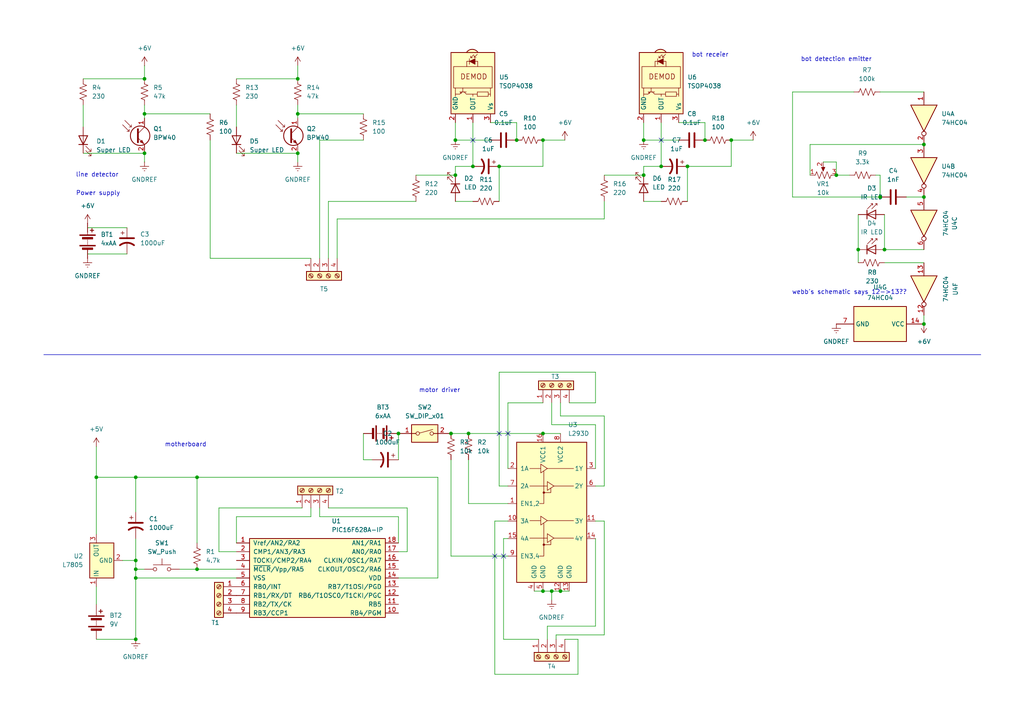
<source format=kicad_sch>
(kicad_sch (version 20231120) (generator "eeschema") (generator_version "8.0")
  (paper "A4")
  (lib_symbols
    (symbol "74xx:74HC04"
      (property "Reference" "U" (at 0 1.27 0))
      (property "Value" "74HC04" (at 0 -1.27 0))
      (symbol "74HC04_1_0"
        (polyline (pts (xy -3.81 3.81) (xy -3.81 -3.81) (xy 3.81 0) (xy -3.81 3.81)) (stroke (width 0.254)) (fill (type background)))
        (pin input line (at -7.62 0 0) (length 3.81) (name "~") (number "1"))
        (pin output inverted (at 7.62 0 180) (length 3.81) (name "~") (number "2"))
      )
      (symbol "74HC04_2_0"
        (polyline (pts (xy -3.81 3.81) (xy -3.81 -3.81) (xy 3.81 0) (xy -3.81 3.81)) (stroke (width 0.254)) (fill (type background)))
        (pin input line (at -7.62 0 0) (length 3.81) (name "~") (number "3"))
        (pin output inverted (at 7.62 0 180) (length 3.81) (name "~") (number "4"))
      )
      (symbol "74HC04_3_0"
        (polyline (pts (xy -3.81 3.81) (xy -3.81 -3.81) (xy 3.81 0) (xy -3.81 3.81)) (stroke (width 0.254)) (fill (type background)))
        (pin input line (at -7.62 0 0) (length 3.81) (name "~") (number "5"))
        (pin output inverted (at 7.62 0 180) (length 3.81) (name "~") (number "6"))
      )
      (symbol "74HC04_4_0"
        (polyline (pts (xy -3.81 3.81) (xy -3.81 -3.81) (xy 3.81 0) (xy -3.81 3.81)) (stroke (width 0.254)) (fill (type background)))
        (pin output inverted (at 7.62 0 180) (length 3.81) (name "~") (number "8"))
        (pin input line (at -7.62 0 0) (length 3.81) (name "~") (number "9"))
      )
      (symbol "74HC04_5_0"
        (polyline (pts (xy -3.81 3.81) (xy -3.81 -3.81) (xy 3.81 0) (xy -3.81 3.81)) (stroke (width 0.254)) (fill (type background)))
        (pin output inverted (at 7.62 0 180) (length 3.81) (name "~") (number "10"))
        (pin input line (at -7.62 0 0) (length 3.81) (name "~") (number "11"))
      )
      (symbol "74HC04_6_0"
        (polyline (pts (xy -3.81 3.81) (xy -3.81 -3.81) (xy 3.81 0) (xy -3.81 3.81)) (stroke (width 0.254)) (fill (type background)))
        (pin output inverted (at 7.62 0 180) (length 3.81) (name "~") (number "12"))
        (pin input line (at -7.62 0 0) (length 3.81) (name "~") (number "13"))
      )
      (symbol "74HC04_7_0"
        (pin power_in line (at 0 12.7 270) (length 5.08) (name "VCC") (number "14"))
        (pin power_in line (at 0 -12.7 90) (length 5.08) (name "GND") (number "7"))
      )
      (symbol "74HC04_7_1"
        (rectangle (start -5.08 7.62) (end 5.08 -7.62) (stroke (width 0.254)) (fill (type background)))
      )
    )
    (symbol "Connector:Screw_Terminal_01x04" (pin_names (offset 1.016) hide)
      (property "Reference" "J" (at 0 5.08 0))
      (property "Value" "Screw_Terminal_01x04" (at 0 -7.62 0))
      (symbol "Screw_Terminal_01x04_1_1"
        (rectangle (start -1.27 3.81) (end 1.27 -6.35) (stroke (width 0.254)) (fill (type background)))
        (circle (center 0 -5.08) (radius 0.635) (stroke (width 0.1524)))
        (circle (center 0 -2.54) (radius 0.635) (stroke (width 0.1524)))
        (polyline (pts (xy -0.5334 -4.7498) (xy 0.3302 -5.588)) (stroke (width 0.1524)))
        (polyline (pts (xy -0.5334 -2.2098) (xy 0.3302 -3.048)) (stroke (width 0.1524)))
        (polyline (pts (xy -0.5334 0.3302) (xy 0.3302 -0.508)) (stroke (width 0.1524)))
        (polyline (pts (xy -0.5334 2.8702) (xy 0.3302 2.032)) (stroke (width 0.1524)))
        (polyline (pts (xy -0.3556 -4.572) (xy 0.508 -5.4102)) (stroke (width 0.1524)))
        (polyline (pts (xy -0.3556 -2.032) (xy 0.508 -2.8702)) (stroke (width 0.1524)))
        (polyline (pts (xy -0.3556 0.508) (xy 0.508 -0.3302)) (stroke (width 0.1524)))
        (polyline (pts (xy -0.3556 3.048) (xy 0.508 2.2098)) (stroke (width 0.1524)))
        (circle (center 0 0) (radius 0.635) (stroke (width 0.1524)))
        (circle (center 0 2.54) (radius 0.635) (stroke (width 0.1524)))
        (pin passive line (at -5.08 2.54 0) (length 3.81) (name "Pin_1") (number "1"))
        (pin passive line (at -5.08 0 0) (length 3.81) (name "Pin_2") (number "2"))
        (pin passive line (at -5.08 -2.54 0) (length 3.81) (name "Pin_3") (number "3"))
        (pin passive line (at -5.08 -5.08 0) (length 3.81) (name "Pin_4") (number "4"))
      )
    )
    (symbol "Device:Battery" (pin_numbers hide) (pin_names (offset 0) hide)
      (property "Reference" "BT" (at 2.54 2.54 0))
      (property "Value" "Battery" (at 2.54 0 0))
      (symbol "Battery_0_1"
        (rectangle (start -2.286 -1.27) (end 2.286 -1.524) (fill (type outline)))
        (rectangle (start -2.286 1.778) (end 2.286 1.524) (fill (type outline)))
        (rectangle (start -1.524 -2.032) (end 1.524 -2.54) (fill (type outline)))
        (rectangle (start -1.524 1.016) (end 1.524 0.508) (fill (type outline)))
        (polyline (pts (xy 0 -1.016) (xy 0 -0.762)))
        (polyline (pts (xy 0 -0.508) (xy 0 -0.254)))
        (polyline (pts (xy 0 0) (xy 0 0.254)))
        (polyline (pts (xy 0 1.778) (xy 0 2.54)))
        (polyline (pts (xy 0.762 3.048) (xy 1.778 3.048)) (stroke (width 0.254)))
        (polyline (pts (xy 1.27 3.556) (xy 1.27 2.54)) (stroke (width 0.254)))
      )
      (symbol "Battery_1_1"
        (pin passive line (at 0 5.08 270) (length 2.54) (name "+") (number "1"))
        (pin passive line (at 0 -5.08 90) (length 2.54) (name "-") (number "2"))
      )
    )
    (symbol "Device:C" (pin_numbers hide) (pin_names (offset 0.254))
      (property "Reference" "C" (at 0.635 2.54 0))
      (property "Value" "C" (at 0.635 -2.54 0))
      (symbol "C_0_1"
        (polyline (pts (xy -2.032 -0.762) (xy 2.032 -0.762)) (stroke (width 0.508)))
        (polyline (pts (xy -2.032 0.762) (xy 2.032 0.762)) (stroke (width 0.508)))
      )
      (symbol "C_1_1"
        (pin passive line (at 0 3.81 270) (length 2.794) (name "~") (number "1"))
        (pin passive line (at 0 -3.81 90) (length 2.794) (name "~") (number "2"))
      )
    )
    (symbol "Device:C_Polarized_US" (pin_numbers hide) (pin_names (offset 0.254) hide)
      (property "Reference" "C" (at 0.635 2.54 0))
      (property "Value" "C_Polarized_US" (at 0.635 -2.54 0))
      (symbol "C_Polarized_US_0_1"
        (polyline (pts (xy -2.032 0.762) (xy 2.032 0.762)) (stroke (width 0.508)))
        (polyline (pts (xy -1.778 2.286) (xy -0.762 2.286)))
        (polyline (pts (xy -1.27 1.778) (xy -1.27 2.794)))
        (arc (start 2.032 -1.27) (mid 0 -0.5572) (end -2.032 -1.27) (stroke (width 0.508)))
      )
      (symbol "C_Polarized_US_1_1"
        (pin passive line (at 0 3.81 270) (length 2.794) (name "~") (number "1"))
        (pin passive line (at 0 -3.81 90) (length 3.302) (name "~") (number "2"))
      )
    )
    (symbol "Device:LED" (pin_numbers hide) (pin_names (offset 1.016) hide)
      (property "Reference" "D" (at 0 2.54 0))
      (property "Value" "LED" (at 0 -2.54 0))
      (symbol "LED_0_1"
        (polyline (pts (xy -1.27 -1.27) (xy -1.27 1.27)) (stroke (width 0.254)))
        (polyline (pts (xy -1.27 0) (xy 1.27 0)))
        (polyline (pts (xy 1.27 -1.27) (xy 1.27 1.27) (xy -1.27 0) (xy 1.27 -1.27)) (stroke (width 0.254)))
        (polyline (pts (xy -3.048 -0.762) (xy -4.572 -2.286) (xy -3.81 -2.286) (xy -4.572 -2.286) (xy -4.572 -1.524)))
        (polyline (pts (xy -1.778 -0.762) (xy -3.302 -2.286) (xy -2.54 -2.286) (xy -3.302 -2.286) (xy -3.302 -1.524)))
      )
      (symbol "LED_1_1"
        (pin passive line (at -3.81 0 0) (length 2.54) (name "K") (number "1"))
        (pin passive line (at 3.81 0 180) (length 2.54) (name "A") (number "2"))
      )
    )
    (symbol "Device:R_Potentiometer_US" (pin_names (offset 1.016) hide)
      (property "Reference" "RV" (at -4.445 0 90))
      (property "Value" "R_Potentiometer_US" (at -2.54 0 90))
      (symbol "R_Potentiometer_US_0_1"
        (polyline (pts (xy 0 -2.286) (xy 0 -2.54)))
        (polyline (pts (xy 0 2.54) (xy 0 2.286)))
        (polyline (pts (xy 2.54 0) (xy 1.524 0)))
        (polyline (pts (xy 1.143 0) (xy 2.286 0.508) (xy 2.286 -0.508) (xy 1.143 0)) (fill (type outline)))
        (polyline (pts (xy 0 -0.762) (xy 1.016 -1.143) (xy 0 -1.524) (xy -1.016 -1.905) (xy 0 -2.286)))
        (polyline (pts (xy 0 0.762) (xy 1.016 0.381) (xy 0 0) (xy -1.016 -0.381) (xy 0 -0.762)))
        (polyline (pts (xy 0 2.286) (xy 1.016 1.905) (xy 0 1.524) (xy -1.016 1.143) (xy 0 0.762)))
      )
      (symbol "R_Potentiometer_US_1_1"
        (pin passive line (at 0 3.81 270) (length 1.27) (name "1") (number "1"))
        (pin passive line (at 3.81 0 180) (length 1.27) (name "2") (number "2"))
        (pin passive line (at 0 -3.81 90) (length 1.27) (name "3") (number "3"))
      )
    )
    (symbol "Device:R_US" (pin_numbers hide) (pin_names (offset 0))
      (property "Reference" "R" (at 2.54 0 90))
      (property "Value" "R_US" (at -2.54 0 90))
      (symbol "R_US_0_1"
        (polyline (pts (xy 0 -2.286) (xy 0 -2.54)))
        (polyline (pts (xy 0 2.286) (xy 0 2.54)))
        (polyline (pts (xy 0 -0.762) (xy 1.016 -1.143) (xy 0 -1.524) (xy -1.016 -1.905) (xy 0 -2.286)))
        (polyline (pts (xy 0 0.762) (xy 1.016 0.381) (xy 0 0) (xy -1.016 -0.381) (xy 0 -0.762)))
        (polyline (pts (xy 0 2.286) (xy 1.016 1.905) (xy 0 1.524) (xy -1.016 1.143) (xy 0 0.762)))
      )
      (symbol "R_US_1_1"
        (pin passive line (at 0 3.81 270) (length 1.27) (name "~") (number "1"))
        (pin passive line (at 0 -3.81 90) (length 1.27) (name "~") (number "2"))
      )
    )
    (symbol "Driver_Motor:L293D" (pin_names (offset 1.016))
      (property "Reference" "U" (at -5.08 26.035 0))
      (property "Value" "L293D" (at -5.08 24.13 0))
      (symbol "L293D_0_1"
        (rectangle (start -10.16 22.86) (end 10.16 -17.78) (stroke (width 0.254)) (fill (type background)))
        (circle (center -2.286 -6.858) (radius 0.254) (fill (type outline)))
        (circle (center -2.286 8.255) (radius 0.254) (fill (type outline)))
        (polyline (pts (xy -6.35 -4.953) (xy -1.27 -4.953)))
        (polyline (pts (xy -6.35 0.127) (xy -3.175 0.127)))
        (polyline (pts (xy -6.35 10.16) (xy -1.27 10.16)))
        (polyline (pts (xy -6.35 15.24) (xy -3.175 15.24)))
        (polyline (pts (xy -1.27 0.127) (xy 6.35 0.127)))
        (polyline (pts (xy -1.27 15.24) (xy 6.35 15.24)))
        (polyline (pts (xy 0.635 -4.953) (xy 6.35 -4.953)))
        (polyline (pts (xy 0.635 10.16) (xy 6.35 10.16)))
        (polyline (pts (xy -2.286 -6.858) (xy -0.254 -6.858) (xy -0.254 -5.588)))
        (polyline (pts (xy -2.286 -0.635) (xy -2.286 -10.16) (xy -3.556 -10.16)))
        (polyline (pts (xy -2.286 8.255) (xy -0.254 8.255) (xy -0.254 9.525)))
        (polyline (pts (xy -2.286 14.478) (xy -2.286 5.08) (xy -3.556 5.08)))
        (polyline (pts (xy -3.175 1.397) (xy -3.175 -1.143) (xy -1.27 0.127) (xy -3.175 1.397)))
        (polyline (pts (xy -3.175 16.51) (xy -3.175 13.97) (xy -1.27 15.24) (xy -3.175 16.51)))
        (polyline (pts (xy -1.27 -3.683) (xy -1.27 -6.223) (xy 0.635 -4.953) (xy -1.27 -3.683)))
        (polyline (pts (xy -1.27 11.43) (xy -1.27 8.89) (xy 0.635 10.16) (xy -1.27 11.43)))
      )
      (symbol "L293D_1_1"
        (pin input line (at -12.7 5.08 0) (length 2.54) (name "EN1,2") (number "1"))
        (pin input line (at -12.7 0 0) (length 2.54) (name "3A") (number "10"))
        (pin output line (at 12.7 0 180) (length 2.54) (name "3Y") (number "11"))
        (pin power_in line (at 2.54 -20.32 90) (length 2.54) (name "GND") (number "12"))
        (pin power_in line (at 5.08 -20.32 90) (length 2.54) (name "GND") (number "13"))
        (pin output line (at 12.7 -5.08 180) (length 2.54) (name "4Y") (number "14"))
        (pin input line (at -12.7 -5.08 0) (length 2.54) (name "4A") (number "15"))
        (pin power_in line (at -2.54 25.4 270) (length 2.54) (name "VCC1") (number "16"))
        (pin input line (at -12.7 15.24 0) (length 2.54) (name "1A") (number "2"))
        (pin output line (at 12.7 15.24 180) (length 2.54) (name "1Y") (number "3"))
        (pin power_in line (at -5.08 -20.32 90) (length 2.54) (name "GND") (number "4"))
        (pin power_in line (at -2.54 -20.32 90) (length 2.54) (name "GND") (number "5"))
        (pin output line (at 12.7 10.16 180) (length 2.54) (name "2Y") (number "6"))
        (pin input line (at -12.7 10.16 0) (length 2.54) (name "2A") (number "7"))
        (pin power_in line (at 2.54 25.4 270) (length 2.54) (name "VCC2") (number "8"))
        (pin input line (at -12.7 -10.16 0) (length 2.54) (name "EN3,4") (number "9"))
      )
    )
    (symbol "Interface_Optical:TSOP41xx" (pin_names (offset 1.016))
      (property "Reference" "U" (at -10.16 7.62 0))
      (property "Value" "TSOP41xx" (at -10.16 -7.62 0))
      (symbol "TSOP41xx_0_0"
        (arc (start -10.287 1.397) (mid -11.0899 -0.1852) (end -10.287 -1.778) (stroke (width 0.254)) (fill (type background)))
        (polyline (pts (xy 1.905 -5.08) (xy 0.127 -5.08)))
        (polyline (pts (xy 1.905 5.08) (xy 0.127 5.08)))
        (text "DEMOD" (at -3.175 0.254 900) (effects (font (size 1.524 1.524))))
      )
      (symbol "TSOP41xx_0_1"
        (rectangle (start -6.096 5.588) (end 0.127 -5.588))
        (polyline (pts (xy -8.763 0.381) (xy -9.652 1.27)))
        (polyline (pts (xy -8.763 0.381) (xy -9.271 0.381)))
        (polyline (pts (xy -8.763 0.381) (xy -8.763 0.889)))
        (polyline (pts (xy -8.636 -0.635) (xy -9.525 0.254)))
        (polyline (pts (xy -8.636 -0.635) (xy -9.144 -0.635)))
        (polyline (pts (xy -8.636 -0.635) (xy -8.636 -0.127)))
        (polyline (pts (xy -8.382 -1.016) (xy -6.731 -1.016)))
        (polyline (pts (xy 1.27 -2.921) (xy 0.127 -2.921)))
        (polyline (pts (xy 1.27 -1.905) (xy 1.27 -3.81)))
        (polyline (pts (xy 1.397 -3.556) (xy 1.524 -3.556)))
        (polyline (pts (xy 1.651 -3.556) (xy 1.524 -3.556)))
        (polyline (pts (xy 1.651 -3.556) (xy 1.651 -3.302)))
        (polyline (pts (xy 1.905 0) (xy 1.905 1.27)))
        (polyline (pts (xy 1.905 4.445) (xy 1.905 5.08) (xy 2.54 5.08)))
        (polyline (pts (xy -8.382 0.635) (xy -6.731 0.635) (xy -7.62 -1.016) (xy -8.382 0.635)) (fill (type outline)))
        (polyline (pts (xy -6.096 1.397) (xy -7.62 1.397) (xy -7.62 -1.778) (xy -6.096 -1.778)))
        (polyline (pts (xy 1.27 -3.175) (xy 1.905 -3.81) (xy 1.905 -5.08) (xy 2.54 -5.08)))
        (polyline (pts (xy 1.27 -2.54) (xy 1.905 -1.905) (xy 1.905 0) (xy 2.54 0)))
        (rectangle (start 2.54 1.27) (end 1.27 4.445))
        (rectangle (start 7.62 6.35) (end -10.16 -6.35) (stroke (width 0.254)) (fill (type background)))
      )
      (symbol "TSOP41xx_1_1"
        (pin output line (at 10.16 0 180) (length 2.54) (name "OUT") (number "1"))
        (pin power_in line (at 10.16 -5.08 180) (length 2.54) (name "GND") (number "2"))
        (pin power_in line (at 10.16 5.08 180) (length 2.54) (name "Vs") (number "3"))
      )
    )
    (symbol "LED:IR204A" (pin_numbers hide) (pin_names (offset 1.016) hide)
      (property "Reference" "D" (at 0.508 1.778 0))
      (property "Value" "IR204A" (at -1.016 -2.794 0))
      (symbol "IR204A_0_1"
        (polyline (pts (xy -2.54 1.27) (xy -2.54 -1.27)) (stroke (width 0.254)))
        (polyline (pts (xy 0 0) (xy -2.54 0)))
        (polyline (pts (xy 0.381 3.175) (xy -0.127 3.175)))
        (polyline (pts (xy -1.143 1.651) (xy 0.381 3.175) (xy 0.381 2.667)))
        (polyline (pts (xy 0 1.27) (xy -2.54 0) (xy 0 -1.27) (xy 0 1.27)) (stroke (width 0.254)))
        (polyline (pts (xy -2.413 1.651) (xy -0.889 3.175) (xy -0.889 2.667) (xy -0.889 3.175) (xy -1.397 3.175)))
      )
      (symbol "IR204A_1_1"
        (pin passive line (at -5.08 0 0) (length 2.54) (name "K") (number "1"))
        (pin passive line (at 2.54 0 180) (length 2.54) (name "A") (number "2"))
      )
    )
    (symbol "MCU_Microchip_PIC16:PIC16F628A-IP" (pin_names (offset 1.016))
      (property "Reference" "U1" (at 4.7341 16.51 0))
      (property "Value" "PIC16F628A-IP" (at 4.7341 13.97 0))
      (symbol "PIC16F628A-IP_0_1"
        (rectangle (start -19.05 11.43) (end 20.32 -11.43) (stroke (width 0.254)) (fill (type background)))
      )
      (symbol "PIC16F628A-IP_1_1"
        (pin bidirectional line (at -22.86 10.16 0) (length 3.81) (name "Vref/AN2/RA2") (number "1"))
        (pin bidirectional line (at 24.13 -10.16 180) (length 3.81) (name "RB4/PGM") (number "10"))
        (pin bidirectional line (at 24.13 -7.62 180) (length 3.81) (name "RB5") (number "11"))
        (pin bidirectional line (at 24.13 -5.08 180) (length 3.81) (name "RB6/T1OSC0/T1CKI/PGC") (number "12"))
        (pin bidirectional line (at 24.13 -2.54 180) (length 3.81) (name "RB7/T1OSI/PGD") (number "13"))
        (pin power_in line (at 24.13 0 180) (length 3.81) (name "VDD") (number "14"))
        (pin bidirectional line (at 24.13 2.54 180) (length 3.81) (name "CLKOUT/OSC2/RA6") (number "15"))
        (pin bidirectional line (at 24.13 5.08 180) (length 3.81) (name "CLKIN/OSC1/RA7") (number "16"))
        (pin bidirectional line (at 24.13 7.62 180) (length 3.81) (name "AN0/RA0") (number "17"))
        (pin bidirectional line (at 24.13 10.16 180) (length 3.81) (name "AN1/RA1") (number "18"))
        (pin bidirectional line (at -22.86 7.62 0) (length 3.81) (name "CMP1/AN3/RA3") (number "2"))
        (pin bidirectional line (at -22.86 5.08 0) (length 3.81) (name "TOCKI/CMP2/RA4") (number "3"))
        (pin input line (at -22.86 2.54 0) (length 3.81) (name "~{MCLR}/Vpp/RA5") (number "4"))
        (pin power_in line (at -22.86 0 0) (length 3.81) (name "VSS") (number "5"))
        (pin bidirectional line (at -22.86 -2.54 0) (length 3.81) (name "RB0/INT") (number "6"))
        (pin bidirectional line (at -22.86 -5.08 0) (length 3.81) (name "RB1/RX/DT") (number "7"))
        (pin bidirectional line (at -22.86 -7.62 0) (length 3.81) (name "RB2/TX/CK") (number "8"))
        (pin bidirectional line (at -22.86 -10.16 0) (length 3.81) (name "RB3/CCP1") (number "9"))
      )
    )
    (symbol "Regulator_Linear:L7805" (pin_names (offset 0.254))
      (property "Reference" "U" (at -3.81 3.175 0))
      (property "Value" "L7805" (at 0 3.175 0))
      (symbol "L7805_0_1"
        (rectangle (start -5.08 1.905) (end 5.08 -5.08) (stroke (width 0.254)) (fill (type background)))
      )
      (symbol "L7805_1_1"
        (pin power_in line (at -7.62 0 0) (length 2.54) (name "IN") (number "1"))
        (pin power_in line (at 0 -7.62 90) (length 2.54) (name "GND") (number "2"))
        (pin power_out line (at 7.62 0 180) (length 2.54) (name "OUT") (number "3"))
      )
    )
    (symbol "Sensor_Optical:BPW40" (pin_names (offset 0) hide)
      (property "Reference" "Q" (at 5.08 1.27 0))
      (property "Value" "BPW40" (at 5.08 -1.27 0))
      (symbol "BPW40_0_1"
        (polyline (pts (xy -1.905 1.27) (xy -2.54 1.27)))
        (polyline (pts (xy -1.27 2.54) (xy -1.905 2.54)))
        (polyline (pts (xy 0.635 0.635) (xy 2.54 2.54)))
        (polyline (pts (xy -3.81 3.175) (xy -1.905 1.27) (xy -1.905 1.905)))
        (polyline (pts (xy -3.175 4.445) (xy -1.27 2.54) (xy -1.27 3.175)))
        (polyline (pts (xy 0.635 -0.635) (xy 2.54 -2.54) (xy 2.54 -2.54)))
        (polyline (pts (xy 0.635 1.905) (xy 0.635 -1.905) (xy 0.635 -1.905)) (stroke (width 0.508)))
        (polyline (pts (xy 1.27 -1.778) (xy 1.778 -1.27) (xy 2.286 -2.286) (xy 1.27 -1.778) (xy 1.27 -1.778)) (fill (type outline)))
        (circle (center 1.27 0) (radius 2.8194) (stroke (width 0.254)))
      )
      (symbol "BPW40_1_1"
        (pin passive line (at 2.54 5.08 270) (length 2.54) (name "C") (number "1"))
        (pin passive line (at 2.54 -5.08 90) (length 2.54) (name "E") (number "2"))
      )
    )
    (symbol "Switch:SW_DIP_x01" (pin_names (offset 0) hide)
      (property "Reference" "SW" (at 0 3.81 0))
      (property "Value" "SW_DIP_x01" (at 0 -3.81 0))
      (symbol "SW_DIP_x01_0_0"
        (circle (center -2.032 0) (radius 0.508))
        (polyline (pts (xy -1.524 0.127) (xy 2.3622 1.1684)))
        (circle (center 2.032 0) (radius 0.508))
      )
      (symbol "SW_DIP_x01_0_1"
        (rectangle (start -3.81 2.54) (end 3.81 -2.54) (stroke (width 0.254)) (fill (type background)))
      )
      (symbol "SW_DIP_x01_1_1"
        (pin passive line (at -7.62 0 0) (length 5.08) (name "~") (number "1"))
        (pin passive line (at 7.62 0 180) (length 5.08) (name "~") (number "2"))
      )
    )
    (symbol "Switch:SW_Push" (pin_numbers hide) (pin_names (offset 1.016) hide)
      (property "Reference" "SW" (at 1.27 2.54 0))
      (property "Value" "SW_Push" (at 0 -1.524 0))
      (symbol "SW_Push_0_1"
        (circle (center -2.032 0) (radius 0.508))
        (polyline (pts (xy 0 1.27) (xy 0 3.048)))
        (polyline (pts (xy 2.54 1.27) (xy -2.54 1.27)))
        (circle (center 2.032 0) (radius 0.508))
        (pin passive line (at -5.08 0 0) (length 2.54) (name "1") (number "1"))
        (pin passive line (at 5.08 0 180) (length 2.54) (name "2") (number "2"))
      )
    )
    (symbol "power:+5V" (power) (pin_numbers hide) (pin_names (offset 0) hide)
      (property "Value" "+5V" (at 0 3.556 0))
      (symbol "+5V_0_1"
        (polyline (pts (xy -0.762 1.27) (xy 0 2.54)))
        (polyline (pts (xy 0 0) (xy 0 2.54)))
        (polyline (pts (xy 0 2.54) (xy 0.762 1.27)))
      )
      (symbol "+5V_1_1"
        (pin power_in line (at 0 0 90) (length 0) (name "~") (number "1"))
      )
    )
    (symbol "power:+6V" (power) (pin_numbers hide) (pin_names (offset 0) hide)
      (property "Value" "+6V" (at 0 3.556 0))
      (symbol "+6V_0_1"
        (polyline (pts (xy -0.762 1.27) (xy 0 2.54)))
        (polyline (pts (xy 0 0) (xy 0 2.54)))
        (polyline (pts (xy 0 2.54) (xy 0.762 1.27)))
      )
      (symbol "+6V_1_1"
        (pin power_in line (at 0 0 90) (length 0) (name "~") (number "1"))
      )
    )
    (symbol "power:GNDREF" (power) (pin_numbers hide) (pin_names (offset 0) hide)
      (property "Value" "GNDREF" (at 0 -3.81 0))
      (symbol "GNDREF_0_1"
        (polyline (pts (xy -0.635 -1.905) (xy 0.635 -1.905)))
        (polyline (pts (xy -0.127 -2.54) (xy 0.127 -2.54)))
        (polyline (pts (xy 0 -1.27) (xy 0 0)))
        (polyline (pts (xy 1.27 -1.27) (xy -1.27 -1.27)))
      )
      (symbol "GNDREF_1_1"
        (pin power_in line (at 0 0 270) (length 0) (name "~") (number "1"))
      )
    )
  )
  (junction (at 144.78 48.26))
  (junction (at 157.48 125.73))
  (junction (at 248.92 72.39))
  (junction (at 27.94 138.43))
  (junction (at 41.91 44.45))
  (junction (at 132.08 40.64))
  (junction (at 157.48 171.45))
  (junction (at 199.39 48.26))
  (junction (at 57.15 165.1))
  (junction (at 157.48 40.64))
  (junction (at 39.37 162.56))
  (junction (at 41.91 22.86))
  (junction (at 86.36 33.02))
  (junction (at 162.56 171.45))
  (junction (at 267.97 57.15))
  (junction (at 191.77 48.26))
  (junction (at 130.81 125.73))
  (junction (at 57.15 138.43))
  (junction (at 267.97 93.98))
  (junction (at 149.86 40.64))
  (junction (at 186.69 40.64))
  (junction (at 39.37 167.64))
  (junction (at 39.37 138.43))
  (junction (at 41.91 33.02))
  (junction (at 204.47 40.64))
  (junction (at 86.36 44.45))
  (junction (at 86.36 22.86))
  (junction (at 242.57 50.8))
  (junction (at 137.16 48.26))
  (junction (at 256.54 72.39))
  (junction (at 186.69 50.8))
  (junction (at 115.57 125.73))
  (junction (at 132.08 50.8))
  (junction (at 160.02 171.45))
  (junction (at 255.27 57.15))
  (junction (at 267.97 41.91))
  (junction (at 135.89 125.73))
  (junction (at 39.37 165.1))
  (junction (at 39.37 185.42))
  (junction (at 212.09 40.64))
  (no_connect (at 144.78 125.73))
  (no_connect (at 143.51 161.29))
  (no_connect (at 191.77 40.64))
  (no_connect (at 137.16 40.64))
  (no_connect (at 147.32 125.73))
  (no_connect (at 146.05 161.29))
  (wire (pts (xy 256.54 62.23) (xy 256.54 72.39)))
  (wire (pts (xy 256.54 76.2) (xy 267.97 76.2)))
  (wire (pts (xy 27.94 138.43) (xy 27.94 154.94)))
  (wire (pts (xy 172.72 135.89) (xy 172.72 123.19)))
  (wire (pts (xy 158.75 181.61) (xy 158.75 185.42)))
  (wire (pts (xy 175.26 58.42) (xy 175.26 63.5)))
  (wire (pts (xy 162.56 171.45) (xy 165.1 171.45)))
  (wire (pts (xy 24.13 30.48) (xy 24.13 36.83)))
  (wire (pts (xy 27.94 185.42) (xy 39.37 185.42)))
  (wire (pts (xy 248.92 62.23) (xy 248.92 72.39)))
  (wire (pts (xy 92.71 149.86) (xy 92.71 147.32)))
  (wire (pts (xy 127 167.64) (xy 127 138.43)))
  (wire (pts (xy 172.72 151.13) (xy 175.26 151.13)))
  (wire (pts (xy 186.69 58.42) (xy 191.77 58.42)))
  (wire (pts (xy 175.26 184.15) (xy 161.29 184.15)))
  (wire (pts (xy 90.17 147.32) (xy 90.17 149.86)))
  (wire (pts (xy 157.48 171.45) (xy 160.02 171.45)))
  (wire (pts (xy 135.89 125.73) (xy 157.48 125.73)))
  (wire (pts (xy 95.25 58.42) (xy 95.25 74.93)))
  (wire (pts (xy 234.95 50.8) (xy 234.95 41.91)))
  (wire (pts (xy 25.4 73.66) (xy 36.83 73.66)))
  (wire (pts (xy 191.77 48.26) (xy 186.69 48.26)))
  (wire (pts (xy 135.89 133.35) (xy 135.89 146.05)))
  (wire (pts (xy 57.15 138.43) (xy 57.15 157.48)))
  (wire (pts (xy 229.87 26.67) (xy 229.87 57.15)))
  (polyline (pts (xy 12.7 102.87) (xy 284.48 102.87)))
  (wire (pts (xy 39.37 156.21) (xy 39.37 162.56)))
  (wire (pts (xy 24.13 22.86) (xy 41.91 22.86)))
  (wire (pts (xy 63.5 147.32) (xy 63.5 160.02)))
  (wire (pts (xy 39.37 167.64) (xy 68.58 167.64)))
  (wire (pts (xy 172.72 123.19) (xy 160.02 123.19)))
  (wire (pts (xy 118.11 160.02) (xy 115.57 160.02)))
  (wire (pts (xy 120.65 50.8) (xy 132.08 50.8)))
  (wire (pts (xy 92.71 40.64) (xy 92.71 74.93)))
  (wire (pts (xy 27.94 138.43) (xy 39.37 138.43)))
  (wire (pts (xy 234.95 41.91) (xy 267.97 41.91)))
  (wire (pts (xy 172.72 116.84) (xy 165.1 116.84)))
  (wire (pts (xy 39.37 167.64) (xy 39.37 185.42)))
  (wire (pts (xy 41.91 33.02) (xy 60.96 33.02)))
  (wire (pts (xy 157.48 40.64) (xy 163.83 40.64)))
  (wire (pts (xy 95.25 147.32) (xy 118.11 147.32)))
  (wire (pts (xy 57.15 165.1) (xy 52.07 165.1)))
  (wire (pts (xy 191.77 35.56) (xy 191.77 48.26)))
  (wire (pts (xy 186.69 48.26) (xy 186.69 50.8)))
  (wire (pts (xy 160.02 171.45) (xy 162.56 171.45)))
  (wire (pts (xy 267.97 91.44) (xy 267.97 93.98)))
  (wire (pts (xy 57.15 138.43) (xy 39.37 138.43)))
  (wire (pts (xy 167.64 185.42) (xy 163.83 185.42)))
  (wire (pts (xy 60.96 74.93) (xy 90.17 74.93)))
  (wire (pts (xy 120.65 58.42) (xy 95.25 58.42)))
  (wire (pts (xy 146.05 185.42) (xy 156.21 185.42)))
  (wire (pts (xy 86.36 33.02) (xy 86.36 34.29)))
  (wire (pts (xy 161.29 184.15) (xy 161.29 185.42)))
  (wire (pts (xy 144.78 140.97) (xy 144.78 107.95)))
  (wire (pts (xy 144.78 48.26) (xy 144.78 58.42)))
  (wire (pts (xy 87.63 147.32) (xy 63.5 147.32)))
  (wire (pts (xy 35.56 162.56) (xy 39.37 162.56)))
  (wire (pts (xy 130.81 125.73) (xy 135.89 125.73)))
  (wire (pts (xy 157.48 125.73) (xy 162.56 125.73)))
  (wire (pts (xy 27.94 129.54) (xy 27.94 138.43)))
  (wire (pts (xy 144.78 48.26) (xy 157.48 48.26)))
  (wire (pts (xy 238.76 46.99) (xy 242.57 46.99)))
  (wire (pts (xy 130.81 133.35) (xy 130.81 161.29)))
  (wire (pts (xy 147.32 156.21) (xy 146.05 156.21)))
  (wire (pts (xy 132.08 48.26) (xy 132.08 50.8)))
  (wire (pts (xy 143.51 195.58) (xy 167.64 195.58)))
  (wire (pts (xy 27.94 170.18) (xy 27.94 175.26)))
  (wire (pts (xy 212.09 40.64) (xy 218.44 40.64)))
  (wire (pts (xy 242.57 50.8) (xy 246.38 50.8)))
  (wire (pts (xy 160.02 123.19) (xy 160.02 116.84)))
  (wire (pts (xy 86.36 33.02) (xy 105.41 33.02)))
  (wire (pts (xy 172.72 181.61) (xy 158.75 181.61)))
  (wire (pts (xy 68.58 165.1) (xy 57.15 165.1)))
  (wire (pts (xy 115.57 157.48) (xy 115.57 149.86)))
  (wire (pts (xy 63.5 160.02) (xy 68.58 160.02)))
  (wire (pts (xy 247.65 26.67) (xy 229.87 26.67)))
  (wire (pts (xy 229.87 57.15) (xy 255.27 57.15)))
  (wire (pts (xy 147.32 140.97) (xy 144.78 140.97)))
  (wire (pts (xy 135.89 146.05) (xy 147.32 146.05)))
  (wire (pts (xy 157.48 48.26) (xy 157.48 40.64)))
  (wire (pts (xy 39.37 165.1) (xy 41.91 165.1)))
  (wire (pts (xy 172.72 107.95) (xy 172.72 116.84)))
  (wire (pts (xy 172.72 156.21) (xy 172.72 181.61)))
  (wire (pts (xy 248.92 72.39) (xy 248.92 76.2)))
  (wire (pts (xy 86.36 46.99) (xy 86.36 44.45)))
  (wire (pts (xy 154.94 171.45) (xy 157.48 171.45)))
  (wire (pts (xy 25.4 66.04) (xy 36.83 66.04)))
  (wire (pts (xy 41.91 30.48) (xy 41.91 33.02)))
  (wire (pts (xy 39.37 138.43) (xy 39.37 148.59)))
  (wire (pts (xy 41.91 19.05) (xy 41.91 22.86)))
  (wire (pts (xy 255.27 26.67) (xy 267.97 26.67)))
  (wire (pts (xy 132.08 40.64) (xy 142.24 40.64)))
  (wire (pts (xy 147.32 135.89) (xy 147.32 116.84)))
  (wire (pts (xy 212.09 48.26) (xy 212.09 40.64)))
  (wire (pts (xy 137.16 35.56) (xy 137.16 48.26)))
  (wire (pts (xy 39.37 165.1) (xy 39.37 167.64)))
  (wire (pts (xy 172.72 140.97) (xy 175.26 140.97)))
  (wire (pts (xy 144.78 107.95) (xy 172.72 107.95)))
  (wire (pts (xy 242.57 46.99) (xy 242.57 50.8)))
  (wire (pts (xy 196.85 35.56) (xy 204.47 35.56)))
  (wire (pts (xy 162.56 120.65) (xy 162.56 116.84)))
  (wire (pts (xy 160.02 173.99) (xy 160.02 171.45)))
  (wire (pts (xy 118.11 147.32) (xy 118.11 160.02)))
  (wire (pts (xy 186.69 40.64) (xy 196.85 40.64)))
  (wire (pts (xy 267.97 72.39) (xy 256.54 72.39)))
  (wire (pts (xy 41.91 46.99) (xy 41.91 44.45)))
  (wire (pts (xy 175.26 140.97) (xy 175.26 120.65)))
  (wire (pts (xy 147.32 151.13) (xy 143.51 151.13)))
  (wire (pts (xy 149.86 35.56) (xy 149.86 40.64)))
  (wire (pts (xy 132.08 58.42) (xy 137.16 58.42)))
  (wire (pts (xy 255.27 50.8) (xy 254 50.8)))
  (wire (pts (xy 105.41 125.73) (xy 105.41 133.35)))
  (wire (pts (xy 41.91 33.02) (xy 41.91 34.29)))
  (wire (pts (xy 175.26 151.13) (xy 175.26 184.15)))
  (wire (pts (xy 132.08 35.56) (xy 132.08 40.64)))
  (wire (pts (xy 115.57 149.86) (xy 92.71 149.86)))
  (wire (pts (xy 204.47 35.56) (xy 204.47 40.64)))
  (wire (pts (xy 97.79 63.5) (xy 97.79 74.93)))
  (wire (pts (xy 175.26 63.5) (xy 97.79 63.5)))
  (wire (pts (xy 146.05 156.21) (xy 146.05 185.42)))
  (wire (pts (xy 68.58 149.86) (xy 68.58 157.48)))
  (wire (pts (xy 130.81 161.29) (xy 147.32 161.29)))
  (wire (pts (xy 105.41 40.64) (xy 92.71 40.64)))
  (wire (pts (xy 60.96 40.64) (xy 60.96 74.93)))
  (wire (pts (xy 115.57 125.73) (xy 115.57 133.35)))
  (wire (pts (xy 105.41 133.35) (xy 107.95 133.35)))
  (wire (pts (xy 24.13 44.45) (xy 41.91 44.45)))
  (wire (pts (xy 255.27 50.8) (xy 255.27 57.15)))
  (wire (pts (xy 175.26 50.8) (xy 186.69 50.8)))
  (wire (pts (xy 199.39 48.26) (xy 199.39 58.42)))
  (wire (pts (xy 199.39 48.26) (xy 212.09 48.26)))
  (wire (pts (xy 39.37 162.56) (xy 39.37 165.1)))
  (wire (pts (xy 186.69 35.56) (xy 186.69 40.64)))
  (wire (pts (xy 68.58 22.86) (xy 86.36 22.86)))
  (wire (pts (xy 142.24 35.56) (xy 149.86 35.56)))
  (wire (pts (xy 90.17 149.86) (xy 68.58 149.86)))
  (wire (pts (xy 115.57 167.64) (xy 127 167.64)))
  (wire (pts (xy 86.36 30.48) (xy 86.36 33.02)))
  (wire (pts (xy 57.15 138.43) (xy 127 138.43)))
  (wire (pts (xy 262.89 57.15) (xy 267.97 57.15)))
  (wire (pts (xy 86.36 19.05) (xy 86.36 22.86)))
  (wire (pts (xy 175.26 120.65) (xy 162.56 120.65)))
  (wire (pts (xy 143.51 151.13) (xy 143.51 195.58)))
  (wire (pts (xy 68.58 30.48) (xy 68.58 36.83)))
  (wire (pts (xy 137.16 48.26) (xy 132.08 48.26)))
  (wire (pts (xy 147.32 116.84) (xy 157.48 116.84)))
  (wire (pts (xy 167.64 195.58) (xy 167.64 185.42)))
  (wire (pts (xy 68.58 44.45) (xy 86.36 44.45)))
  (text "webb's schematic says 12->13??\n" (at 246.38 84.836 0) (effects (font (size 1.27 1.27))))
  (text "motor driver" (at 127.508 113.284 0) (effects (font (size 1.27 1.27))))
  (text "bot detection emitter" (at 242.57 17.272 0) (effects (font (size 1.27 1.27))))
  (text "bot receier" (at 205.994 16.002 0) (effects (font (size 1.27 1.27))))
  (text "motherboard" (at 53.848 129.032 0) (effects (font (size 1.27 1.27))))
  (text "line detector\n" (at 28.194 50.8 0) (effects (font (size 1.27 1.27))))
  (text "Power supply" (at 28.448 56.134 0) (effects (font (size 1.27 1.27))))
  (symbol (lib_id "Device:R_Potentiometer_US") (at 238.76 50.8 90) (unit 1)
    (property "Reference" "VR1" (at 238.76 53.34 90))
    (property "Value" "10k" (at 238.76 55.88 90))
    (property "Footprint" "Potentiometer_THT:Potentiometer_Bourns_3386F_Vertical" (effects (hide yes)))
    (property "Description" "Potentiometer, US symbol" (effects (hide yes)))
  )
  (symbol (lib_id "Device:R_US") (at 195.58 58.42 270) (unit 1)
    (property "Reference" "R17" (at 195.58 52.07 90))
    (property "Value" "220" (at 195.58 54.61 90))
    (property "Footprint" "Resistor_THT:R_Axial_DIN0207_L6.3mm_D2.5mm_P7.62mm_Horizontal" (effects (hide yes)))
    (property "Description" "Resistor, US symbol" (effects (hide yes)))
  )
  (symbol (lib_id "power:+6V") (at 218.44 40.64 0) (unit 1)
    (property "Reference" "#PWR015" (effects (hide yes)))
    (property "Value" "+6V" (at 218.44 35.56 0))
    (property "Description" "Power symbol creates a global label with name \"+6V\"" (effects (hide yes)))
  )
  (symbol (lib_id "Driver_Motor:L293D") (at 160.02 151.13 0) (unit 1)
    (property "Reference" "U3" (at 164.7541 123.19 0) (effects (justify left)))
    (property "Value" "L293D" (at 164.7541 125.73 0) (effects (justify left)))
    (property "Footprint" "Package_DIP:DIP-16_W7.62mm" (effects (hide yes)))
    (property "Datasheet" "http://www.ti.com/lit/ds/symlink/l293.pdf" (effects (hide yes)))
    (property "Description" "Quadruple Half-H Drivers" (effects (hide yes)))
  )
  (symbol (lib_id "power:GNDREF") (at 39.37 185.42 0) (unit 1)
    (property "Reference" "#PWR03" (effects (hide yes)))
    (property "Value" "GNDREF" (at 39.37 190.5 0))
    (property "Description" "Power symbol creates a global label with name \"GNDREF\" , reference supply ground" (effects (hide yes)))
  )
  (symbol (lib_id "74xx:74HC04") (at 267.97 83.82 270) (unit 6)
    (property "Reference" "U4" (at 277.114 83.82 0))
    (property "Value" "74HC04" (at 274.32 83.82 0))
    (property "Footprint" "Package_DIP:DIP-14_W7.62mm" (effects (hide yes)))
    (property "Datasheet" "https://assets.nexperia.com/documents/data-sheet/74HC_HCT04.pdf" (effects (hide yes)))
    (property "Description" "Hex Inverter" (effects (hide yes)))
  )
  (symbol (lib_id "74xx:74HC04") (at 267.97 34.29 270) (unit 1)
    (property "Reference" "U4" (at 273.05 33.0199 90) (effects (justify left)))
    (property "Value" "74HC04" (at 273.05 35.5599 90) (effects (justify left)))
    (property "Footprint" "Package_DIP:DIP-14_W7.62mm" (effects (hide yes)))
    (property "Datasheet" "https://assets.nexperia.com/documents/data-sheet/74HC_HCT04.pdf" (effects (hide yes)))
    (property "Description" "Hex Inverter" (effects (hide yes)))
  )
  (symbol (lib_id "Device:LED") (at 24.13 40.64 90) (unit 1)
    (property "Reference" "D1" (at 27.94 40.9574 90) (effects (justify right)))
    (property "Value" "Super LED" (at 27.94 43.4974 90) (effects (justify right)))
    (property "Footprint" "LED_THT:LED_D3.0mm" (effects (hide yes)))
    (property "Description" "Light emitting diode" (effects (hide yes)))
  )
  (symbol (lib_id "Device:R_US") (at 86.36 26.67 0) (unit 1)
    (property "Reference" "R14" (at 88.9 25.3999 0) (effects (justify left)))
    (property "Value" "47k" (at 88.9 27.9399 0) (effects (justify left)))
    (property "Footprint" "Resistor_THT:R_Axial_DIN0207_L6.3mm_D2.5mm_P7.62mm_Horizontal" (effects (hide yes)))
    (property "Description" "Resistor, US symbol" (effects (hide yes)))
  )
  (symbol (lib_id "Device:R_US") (at 252.73 76.2 90) (unit 1)
    (property "Reference" "R8" (at 252.984 78.994 90))
    (property "Value" "230" (at 252.984 81.534 90))
    (property "Footprint" "Resistor_THT:R_Axial_DIN0207_L6.3mm_D2.5mm_P7.62mm_Horizontal" (effects (hide yes)))
    (property "Description" "Resistor, US symbol" (effects (hide yes)))
  )
  (symbol (lib_id "Connector:Screw_Terminal_01x04") (at 63.5 172.72 0) (mirror y) (unit 1)
    (property "Reference" "T1" (at 62.484 180.594 0))
    (property "Value" "Screw_Terminal_01x04" (effects (hide yes)))
    (property "Footprint" "TerminalBlock_MetzConnect:TerminalBlock_MetzConnect_Type086_RT03404HBLC_1x04_P3.81mm_Horizontal" (effects (hide yes)))
    (property "Description" "Generic screw terminal, single row, 01x04, script generated (kicad-library-utils/schlib/autogen/connector/)" (effects (hide yes)))
  )
  (symbol (lib_id "Interface_Optical:TSOP41xx") (at 137.16 25.4 270) (unit 1)
    (property "Reference" "U5" (at 144.78 22.3949 90) (effects (justify left)))
    (property "Value" "TSOP4038" (at 144.78 24.9349 90) (effects (justify left)))
    (property "Footprint" "OptoDevice:Vishay_MOLD-3Pin" (effects (hide yes)))
    (property "Datasheet" "http://www.vishay.com/docs/82460/tsop45.pdf" (effects (hide yes)))
    (property "Description" "IR Receiver Modules for Remote Control Systems" (effects (hide yes)))
  )
  (symbol (lib_id "Device:R_US") (at 105.41 36.83 180) (unit 1)
    (property "Reference" "R15" (at 107.95 35.5599 0) (effects (justify right)))
    (property "Value" "100" (at 107.95 38.0999 0) (effects (justify right)))
    (property "Footprint" "Resistor_THT:R_Axial_DIN0207_L6.3mm_D2.5mm_P7.62mm_Horizontal" (effects (hide yes)))
    (property "Description" "Resistor, US symbol" (effects (hide yes)))
  )
  (symbol (lib_id "power:+6V") (at 41.91 19.05 0) (unit 1)
    (property "Reference" "#PWR08" (effects (hide yes)))
    (property "Value" "+6V" (at 41.91 13.97 0))
    (property "Description" "Power symbol creates a global label with name \"+6V\"" (effects (hide yes)))
  )
  (symbol (lib_id "Device:R_US") (at 24.13 26.67 0) (unit 1)
    (property "Reference" "R4" (at 26.67 25.3999 0) (effects (justify left)))
    (property "Value" "230" (at 26.67 27.9399 0) (effects (justify left)))
    (property "Footprint" "Resistor_THT:R_Axial_DIN0207_L6.3mm_D2.5mm_P7.62mm_Horizontal" (effects (hide yes)))
    (property "Description" "Resistor, US symbol" (effects (hide yes)))
  )
  (symbol (lib_id "Device:C_Polarized_US") (at 140.97 48.26 270) (unit 1)
    (property "Reference" "C6" (at 141.605 40.64 90))
    (property "Value" "1uF" (at 141.605 43.18 90))
    (property "Footprint" "Capacitor_THT:C_Disc_D7.5mm_W2.5mm_P5.00mm" (effects (hide yes)))
    (property "Description" "Polarized capacitor, US symbol" (effects (hide yes)))
  )
  (symbol (lib_id "Device:R_US") (at 250.19 50.8 90) (unit 1)
    (property "Reference" "R9" (at 250.19 44.45 90))
    (property "Value" "3.3k" (at 250.19 46.99 90))
    (property "Footprint" "Resistor_THT:R_Axial_DIN0207_L6.3mm_D2.5mm_P7.62mm_Horizontal" (effects (hide yes)))
    (property "Description" "Resistor, US symbol" (effects (hide yes)))
  )
  (symbol (lib_id "power:GNDREF") (at 160.02 173.99 0) (unit 1)
    (property "Reference" "#PWR05" (effects (hide yes)))
    (property "Value" "GNDREF" (at 160.02 179.07 0))
    (property "Description" "Power symbol creates a global label with name \"GNDREF\" , reference supply ground" (effects (hide yes)))
  )
  (symbol (lib_id "power:GNDREF") (at 132.08 40.64 0) (unit 1)
    (property "Reference" "#PWR010" (effects (hide yes)))
    (property "Value" "GNDREF" (at 132.08 45.72 0))
    (property "Description" "Power symbol creates a global label with name \"GNDREF\" , reference supply ground" (effects (hide yes)))
  )
  (symbol (lib_id "power:GNDREF") (at 25.4 74.93 0) (unit 1)
    (property "Reference" "#PWR02" (effects (hide yes)))
    (property "Value" "GNDREF" (at 25.4 80.01 0))
    (property "Description" "Power symbol creates a global label with name \"GNDREF\" , reference supply ground" (effects (hide yes)))
  )
  (symbol (lib_id "Sensor_Optical:BPW40") (at 39.37 39.37 0) (unit 1)
    (property "Reference" "Q1" (at 44.45 37.3506 0) (effects (justify left)))
    (property "Value" "BPW40" (at 44.45 39.8906 0) (effects (justify left)))
    (property "Footprint" "LED_THT:LED_D5.0mm_Clear" (effects (hide yes)))
    (property "Datasheet" "https://www.rcscomponents.kiev.ua/datasheets/bpw40.pdf" (effects (hide yes)))
    (property "Description" "Phototransistor NPN" (effects (hide yes)))
  )
  (symbol (lib_id "Device:Battery") (at 25.4 69.85 0) (unit 1)
    (property "Reference" "BT1" (at 29.21 68.0084 0) (effects (justify left)))
    (property "Value" "4xAA" (at 29.21 70.5484 0) (effects (justify left)))
    (property "Footprint" "Battery:Battery_Pads" (effects (hide yes)))
    (property "Description" "Multiple-cell battery" (effects (hide yes)))
  )
  (symbol (lib_id "Device:R_US") (at 120.65 54.61 0) (unit 1)
    (property "Reference" "R12" (at 123.19 53.3399 0) (effects (justify left)))
    (property "Value" "220" (at 123.19 55.8799 0) (effects (justify left)))
    (property "Footprint" "Resistor_THT:R_Axial_DIN0207_L6.3mm_D2.5mm_P7.62mm_Horizontal" (effects (hide yes)))
    (property "Description" "Resistor, US symbol" (effects (hide yes)))
  )
  (symbol (lib_id "Device:C_Polarized_US") (at 36.83 69.85 0) (unit 1)
    (property "Reference" "C3" (at 40.64 67.9449 0) (effects (justify left)))
    (property "Value" "1000uF" (at 40.64 70.4849 0) (effects (justify left)))
    (property "Footprint" "Capacitor_THT:C_Radial_D10.0mm_H20.0mm_P5.00mm" (effects (hide yes)))
    (property "Description" "Polarized capacitor, US symbol" (effects (hide yes)))
  )
  (symbol (lib_id "Connector:Screw_Terminal_01x04") (at 158.75 190.5 90) (mirror x) (unit 1)
    (property "Reference" "T4" (at 160.02 193.294 90))
    (property "Value" "Screw_Terminal_01x04" (effects (hide yes)))
    (property "Footprint" "TerminalBlock_MetzConnect:TerminalBlock_MetzConnect_Type086_RT03404HBLC_1x04_P3.81mm_Horizontal" (effects (hide yes)))
    (property "Description" "Generic screw terminal, single row, 01x04, script generated (kicad-library-utils/schlib/autogen/connector/)" (effects (hide yes)))
  )
  (symbol (lib_id "Device:C_Polarized_US") (at 195.58 48.26 270) (unit 1)
    (property "Reference" "C7" (at 196.215 40.64 90))
    (property "Value" "1uF" (at 196.215 43.18 90))
    (property "Footprint" "Capacitor_THT:C_Disc_D7.5mm_W2.5mm_P5.00mm" (effects (hide yes)))
    (property "Description" "Polarized capacitor, US symbol" (effects (hide yes)))
  )
  (symbol (lib_id "MCU_Microchip_PIC16:PIC16F628A-IP") (at 91.44 167.64 0) (unit 1)
    (property "Reference" "U1" (at 96.1741 151.13 0) (effects (justify left)))
    (property "Value" "PIC16F628A-IP" (at 96.1741 153.67 0) (effects (justify left)))
    (property "Footprint" "Package_DIP:DIP-18_W7.62mm" (effects (hide yes)))
    (property "Datasheet" "http://ww1.microchip.com/downloads/en/DeviceDoc/40300c.pdf" (effects (hide yes)))
    (property "Description" "2048W Flash, 224B SRAM, 128B EEPROM, DIP18" (effects (hide yes)))
  )
  (symbol (lib_id "power:+6V") (at 163.83 40.64 0) (unit 1)
    (property "Reference" "#PWR011" (effects (hide yes)))
    (property "Value" "+6V" (at 163.83 35.56 0))
    (property "Description" "Power symbol creates a global label with name \"+6V\"" (effects (hide yes)))
  )
  (symbol (lib_id "Device:R_US") (at 208.28 40.64 90) (unit 1)
    (property "Reference" "R18" (at 208.28 34.29 90))
    (property "Value" "100" (at 208.28 36.83 90))
    (property "Footprint" "Resistor_THT:R_Axial_DIN0207_L6.3mm_D2.5mm_P7.62mm_Horizontal" (effects (hide yes)))
    (property "Description" "Resistor, US symbol" (effects (hide yes)))
  )
  (symbol (lib_id "power:GNDREF") (at 242.57 93.98 0) (unit 1)
    (property "Reference" "#PWR06" (effects (hide yes)))
    (property "Value" "GNDREF" (at 242.57 99.06 0))
    (property "Description" "Power symbol creates a global label with name \"GNDREF\" , reference supply ground" (effects (hide yes)))
  )
  (symbol (lib_id "Switch:SW_DIP_x01") (at 123.19 125.73 0) (unit 1)
    (property "Reference" "SW2" (at 123.19 118.11 0))
    (property "Value" "SW_DIP_x01" (at 123.19 120.65 0))
    (property "Footprint" "Button_Switch_THT:SW_DIP_SPSTx01_Slide_9.78x4.72mm_W7.62mm_P2.54mm" (effects (hide yes)))
    (property "Description" "1x DIP Switch, Single Pole Single Throw (SPST) switch, small symbol" (effects (hide yes)))
  )
  (symbol (lib_id "Interface_Optical:TSOP41xx") (at 191.77 25.4 270) (unit 1)
    (property "Reference" "U6" (at 199.39 22.3949 90) (effects (justify left)))
    (property "Value" "TSOP4038" (at 199.39 24.9349 90) (effects (justify left)))
    (property "Footprint" "OptoDevice:Vishay_MOLD-3Pin" (effects (hide yes)))
    (property "Datasheet" "http://www.vishay.com/docs/82460/tsop45.pdf" (effects (hide yes)))
    (property "Description" "IR Receiver Modules for Remote Control Systems" (effects (hide yes)))
  )
  (symbol (lib_id "Device:Battery") (at 110.49 125.73 270) (unit 1)
    (property "Reference" "BT3" (at 111.0615 118.11 90))
    (property "Value" "6xAA" (at 111.0615 120.65 90))
    (property "Footprint" "Battery:Battery_Pads" (effects (hide yes)))
    (property "Description" "Multiple-cell battery" (effects (hide yes)))
  )
  (symbol (lib_id "Device:R_US") (at 130.81 129.54 0) (unit 1)
    (property "Reference" "R3" (at 133.35 128.2699 0) (effects (justify left)))
    (property "Value" "10k" (at 133.35 130.8099 0) (effects (justify left)))
    (property "Footprint" "Resistor_THT:R_Axial_DIN0207_L6.3mm_D2.5mm_P7.62mm_Horizontal" (effects (hide yes)))
    (property "Description" "Resistor, US symbol" (effects (hide yes)))
  )
  (symbol (lib_id "power:+5V") (at 27.94 129.54 0) (unit 1)
    (property "Reference" "#PWR04" (effects (hide yes)))
    (property "Value" "+5V" (at 27.94 124.46 0))
    (property "Description" "Power symbol creates a global label with name \"+5V\"" (effects (hide yes)))
  )
  (symbol (lib_id "power:+6V") (at 86.36 19.05 0) (unit 1)
    (property "Reference" "#PWR012" (effects (hide yes)))
    (property "Value" "+6V" (at 86.36 13.97 0))
    (property "Description" "Power symbol creates a global label with name \"+6V\"" (effects (hide yes)))
  )
  (symbol (lib_id "Device:R_US") (at 135.89 129.54 180) (unit 1)
    (property "Reference" "R2" (at 138.43 128.2699 0) (effects (justify right)))
    (property "Value" "10k" (at 138.43 130.8099 0) (effects (justify right)))
    (property "Footprint" "Resistor_THT:R_Axial_DIN0207_L6.3mm_D2.5mm_P7.62mm_Horizontal" (effects (hide yes)))
    (property "Description" "Resistor, US symbol" (effects (hide yes)))
  )
  (symbol (lib_id "Device:R_US") (at 41.91 26.67 0) (unit 1)
    (property "Reference" "R5" (at 44.45 25.3999 0) (effects (justify left)))
    (property "Value" "47k" (at 44.45 27.9399 0) (effects (justify left)))
    (property "Footprint" "Resistor_THT:R_Axial_DIN0207_L6.3mm_D2.5mm_P7.62mm_Horizontal" (effects (hide yes)))
    (property "Description" "Resistor, US symbol" (effects (hide yes)))
  )
  (symbol (lib_id "Device:R_US") (at 175.26 54.61 0) (unit 1)
    (property "Reference" "R16" (at 177.8 53.3399 0) (effects (justify left)))
    (property "Value" "220" (at 177.8 55.8799 0) (effects (justify left)))
    (property "Footprint" "Resistor_THT:R_Axial_DIN0207_L6.3mm_D2.5mm_P7.62mm_Horizontal" (effects (hide yes)))
    (property "Description" "Resistor, US symbol" (effects (hide yes)))
  )
  (symbol (lib_id "Device:R_US") (at 153.67 40.64 90) (unit 1)
    (property "Reference" "R10" (at 153.67 34.29 90))
    (property "Value" "100" (at 153.67 36.83 90))
    (property "Footprint" "Resistor_THT:R_Axial_DIN0207_L6.3mm_D2.5mm_P7.62mm_Horizontal" (effects (hide yes)))
    (property "Description" "Resistor, US symbol" (effects (hide yes)))
  )
  (symbol (lib_id "power:+6V") (at 267.97 93.98 180) (unit 1)
    (property "Reference" "#PWR07" (effects (hide yes)))
    (property "Value" "+6V" (at 267.97 99.06 0))
    (property "Description" "Power symbol creates a global label with name \"+6V\"" (effects (hide yes)))
  )
  (symbol (lib_id "Device:R_US") (at 68.58 26.67 0) (unit 1)
    (property "Reference" "R13" (at 71.12 25.3999 0) (effects (justify left)))
    (property "Value" "230" (at 71.12 27.9399 0) (effects (justify left)))
    (property "Footprint" "Resistor_THT:R_Axial_DIN0207_L6.3mm_D2.5mm_P7.62mm_Horizontal" (effects (hide yes)))
    (property "Description" "Resistor, US symbol" (effects (hide yes)))
  )
  (symbol (lib_id "Device:C_Polarized_US") (at 111.76 133.35 270) (unit 1)
    (property "Reference" "C2" (at 112.395 125.73 90))
    (property "Value" "1000uF" (at 112.395 128.27 90))
    (property "Footprint" "Capacitor_THT:C_Radial_D10.0mm_H20.0mm_P5.00mm" (effects (hide yes)))
    (property "Description" "Polarized capacitor, US symbol" (effects (hide yes)))
  )
  (symbol (lib_id "Regulator_Linear:L7805") (at 27.94 162.56 90) (unit 1)
    (property "Reference" "U2" (at 24.13 161.2899 90) (effects (justify left)))
    (property "Value" "L7805" (at 24.13 163.8299 90) (effects (justify left)))
    (property "Footprint" "Package_TO_SOT_THT:TO-220-3_Vertical" (effects (hide yes)))
    (property "Datasheet" "http://www.st.com/content/ccc/resource/technical/document/datasheet/41/4f/b3/b0/12/d4/47/88/CD00000444.pdf/files/CD00000444.pdf/jcr:content/translations/en.CD00000444.pdf" (effects (hide yes)))
    (property "Description" "Positive 1.5A 35V Linear Regulator, Fixed Output 5V, TO-220/TO-263/TO-252" (effects (hide yes)))
  )
  (symbol (lib_id "Device:R_US") (at 60.96 36.83 180) (unit 1)
    (property "Reference" "R6" (at 63.5 35.5599 0) (effects (justify right)))
    (property "Value" "100" (at 63.5 38.0999 0) (effects (justify right)))
    (property "Footprint" "Resistor_THT:R_Axial_DIN0207_L6.3mm_D2.5mm_P7.62mm_Horizontal" (effects (hide yes)))
    (property "Description" "Resistor, US symbol" (effects (hide yes)))
  )
  (symbol (lib_id "Device:C_Polarized_US") (at 39.37 152.4 0) (unit 1)
    (property "Reference" "C1" (at 43.18 150.4949 0) (effects (justify left)))
    (property "Value" "1000uF" (at 43.18 153.0349 0) (effects (justify left)))
    (property "Footprint" "Capacitor_THT:C_Radial_D10.0mm_H12.5mm_P5.00mm" (effects (hide yes)))
    (property "Description" "Polarized capacitor, US symbol" (effects (hide yes)))
  )
  (symbol (lib_id "Sensor_Optical:BPW40") (at 83.82 39.37 0) (unit 1)
    (property "Reference" "Q2" (at 88.9 37.3506 0) (effects (justify left)))
    (property "Value" "BPW40" (at 88.9 39.8906 0) (effects (justify left)))
    (property "Footprint" "LED_THT:LED_D5.0mm_Clear" (effects (hide yes)))
    (property "Datasheet" "https://www.rcscomponents.kiev.ua/datasheets/bpw40.pdf" (effects (hide yes)))
    (property "Description" "Phototransistor NPN" (effects (hide yes)))
  )
  (symbol (lib_id "Device:R_US") (at 57.15 161.29 0) (unit 1)
    (property "Reference" "R1" (at 59.69 160.0199 0) (effects (justify left)))
    (property "Value" "4.7k" (at 59.69 162.5599 0) (effects (justify left)))
    (property "Footprint" "Resistor_THT:R_Axial_DIN0207_L6.3mm_D2.5mm_P7.62mm_Horizontal" (effects (hide yes)))
    (property "Description" "Resistor, US symbol" (effects (hide yes)))
  )
  (symbol (lib_id "Device:LED") (at 186.69 54.61 270) (unit 1)
    (property "Reference" "D6" (at 189.23 51.7524 90) (effects (justify left)))
    (property "Value" "LED" (at 189.23 54.2924 90) (effects (justify left)))
    (property "Footprint" "LED_THT:LED_D3.0mm" (effects (hide yes)))
    (property "Description" "Light emitting diode" (effects (hide yes)))
  )
  (symbol (lib_id "Device:LED") (at 132.08 54.61 270) (unit 1)
    (property "Reference" "D2" (at 134.62 51.7524 90) (effects (justify left)))
    (property "Value" "LED" (at 134.62 54.2924 90) (effects (justify left)))
    (property "Footprint" "LED_THT:LED_D3.0mm" (effects (hide yes)))
    (property "Description" "Light emitting diode" (effects (hide yes)))
  )
  (symbol (lib_id "Device:Battery") (at 27.94 180.34 0) (unit 1)
    (property "Reference" "BT2" (at 31.75 178.4984 0) (effects (justify left)))
    (property "Value" "9V" (at 31.75 181.0384 0) (effects (justify left)))
    (property "Footprint" "Battery:Battery_Pads" (effects (hide yes)))
    (property "Description" "Multiple-cell battery" (effects (hide yes)))
  )
  (symbol (lib_id "74xx:74HC04") (at 267.97 64.77 270) (unit 3)
    (property "Reference" "U4" (at 276.86 64.77 0))
    (property "Value" "74HC04" (at 274.32 64.77 0))
    (property "Footprint" "Package_DIP:DIP-14_W7.62mm" (effects (hide yes)))
    (property "Datasheet" "https://assets.nexperia.com/documents/data-sheet/74HC_HCT04.pdf" (effects (hide yes)))
    (property "Description" "Hex Inverter" (effects (hide yes)))
  )
  (symbol (lib_id "Connector:Screw_Terminal_01x04") (at 90.17 142.24 90) (unit 1)
    (property "Reference" "T2" (at 98.552 142.494 90))
    (property "Value" "Screw_Terminal_01x04" (effects (hide yes)))
    (property "Footprint" "TerminalBlock_MetzConnect:TerminalBlock_MetzConnect_Type086_RT03404HBLC_1x04_P3.81mm_Horizontal" (effects (hide yes)))
    (property "Description" "Generic screw terminal, single row, 01x04, script generated (kicad-library-utils/schlib/autogen/connector/)" (effects (hide yes)))
  )
  (symbol (lib_id "Device:C") (at 259.08 57.15 90) (unit 1)
    (property "Reference" "C4" (at 259.08 49.53 90))
    (property "Value" "1nF" (at 259.08 52.07 90))
    (property "Footprint" "Capacitor_THT:C_Disc_D7.5mm_W2.5mm_P5.00mm" (effects (hide yes)))
    (property "Description" "Unpolarized capacitor" (effects (hide yes)))
  )
  (symbol (lib_id "Device:R_US") (at 140.97 58.42 270) (unit 1)
    (property "Reference" "R11" (at 140.97 52.07 90))
    (property "Value" "220" (at 140.97 54.61 90))
    (property "Footprint" "Resistor_THT:R_Axial_DIN0207_L6.3mm_D2.5mm_P7.62mm_Horizontal" (effects (hide yes)))
    (property "Description" "Resistor, US symbol" (effects (hide yes)))
  )
  (symbol (lib_id "power:+6V") (at 25.4 64.77 0) (unit 1)
    (property "Reference" "#PWR01" (effects (hide yes)))
    (property "Value" "+6V" (at 25.4 59.69 0))
    (property "Description" "Power symbol creates a global label with name \"+6V\"" (effects (hide yes)))
  )
  (symbol (lib_id "power:GNDREF") (at 186.69 40.64 0) (unit 1)
    (property "Reference" "#PWR014" (effects (hide yes)))
    (property "Value" "GNDREF" (at 186.69 45.72 0))
    (property "Description" "Power symbol creates a global label with name \"GNDREF\" , reference supply ground" (effects (hide yes)))
  )
  (symbol (lib_id "power:GNDREF") (at 86.36 46.99 0) (unit 1)
    (property "Reference" "#PWR013" (effects (hide yes)))
    (property "Value" "GNDREF" (at 86.36 52.07 0))
    (property "Description" "Power symbol creates a global label with name \"GNDREF\" , reference supply ground" (effects (hide yes)))
  )
  (symbol (lib_id "Device:R_US") (at 251.46 26.67 90) (unit 1)
    (property "Reference" "R7" (at 251.46 20.32 90))
    (property "Value" "100k" (at 251.46 22.86 90))
    (property "Footprint" "Resistor_THT:R_Axial_DIN0207_L6.3mm_D2.5mm_P7.62mm_Horizontal" (effects (hide yes)))
    (property "Description" "Resistor, US symbol" (effects (hide yes)))
  )
  (symbol (lib_id "Device:C") (at 200.66 40.64 90) (unit 1)
    (property "Reference" "C8" (at 200.66 33.02 90))
    (property "Value" "0.1uF" (at 200.66 35.56 90))
    (property "Footprint" "Capacitor_THT:C_Disc_D7.5mm_W2.5mm_P5.00mm" (effects (hide yes)))
    (property "Description" "Unpolarized capacitor" (effects (hide yes)))
  )
  (symbol (lib_id "LED:IR204A") (at 254 72.39 0) (unit 1)
    (property "Reference" "D4" (at 252.857 64.77 0))
    (property "Value" "IR LED" (at 252.857 67.31 0))
    (property "Footprint" "LED_THT:LED_D3.0mm_IRBlack" (effects (hide yes)))
    (property "Datasheet" "http://www.everlight.com/file/ProductFile/IR204-A.pdf" (effects (hide yes)))
    (property "Description" "Infrared LED , 3mm LED package" (effects (hide yes)))
  )
  (symbol (lib_id "74xx:74HC04") (at 267.97 49.53 270) (unit 2)
    (property "Reference" "U4" (at 273.05 48.2599 90) (effects (justify left)))
    (property "Value" "74HC04" (at 273.05 50.7999 90) (effects (justify left)))
    (property "Footprint" "Package_DIP:DIP-14_W7.62mm" (effects (hide yes)))
    (property "Datasheet" "https://assets.nexperia.com/documents/data-sheet/74HC_HCT04.pdf" (effects (hide yes)))
    (property "Description" "Hex Inverter" (effects (hide yes)))
  )
  (symbol (lib_id "Device:C") (at 146.05 40.64 90) (unit 1)
    (property "Reference" "C5" (at 146.05 33.02 90))
    (property "Value" "0.1uF" (at 146.05 35.56 90))
    (property "Footprint" "Capacitor_THT:C_Disc_D7.5mm_W2.5mm_P5.00mm" (effects (hide yes)))
    (property "Description" "Unpolarized capacitor" (effects (hide yes)))
  )
  (symbol (lib_id "74xx:74HC04") (at 255.27 93.98 270) (unit 7)
    (property "Reference" "U4" (at 255.27 83.312 90))
    (property "Value" "74HC04" (at 255.27 86.36 90))
    (property "Footprint" "Package_DIP:DIP-14_W7.62mm" (effects (hide yes)))
    (property "Datasheet" "https://assets.nexperia.com/documents/data-sheet/74HC_HCT04.pdf" (effects (hide yes)))
    (property "Description" "Hex Inverter" (effects (hide yes)))
  )
  (symbol (lib_id "power:GNDREF") (at 41.91 46.99 0) (unit 1)
    (property "Reference" "#PWR09" (effects (hide yes)))
    (property "Value" "GNDREF" (at 41.91 52.07 0))
    (property "Description" "Power symbol creates a global label with name \"GNDREF\" , reference supply ground" (effects (hide yes)))
  )
  (symbol (lib_id "Switch:SW_Push") (at 46.99 165.1 0) (unit 1)
    (property "Reference" "SW1" (at 46.99 157.48 0))
    (property "Value" "SW_Push" (at 46.99 160.02 0))
    (property "Footprint" "Button_Switch_THT:SW_PUSH_1P1T_6x3.5mm_H5.0_APEM_MJTP1250" (effects (hide yes)))
    (property "Description" "Push button switch, generic, two pins" (effects (hide yes)))
  )
  (symbol (lib_id "Connector:Screw_Terminal_01x04") (at 92.71 80.01 90) (mirror x) (unit 1)
    (property "Reference" "T5" (at 93.98 83.82 90))
    (property "Value" "Screw_Terminal_01x04" (effects (hide yes)))
    (property "Footprint" "TerminalBlock_MetzConnect:TerminalBlock_MetzConnect_Type086_RT03404HBLC_1x04_P3.81mm_Horizontal" (effects (hide yes)))
    (property "Description" "Generic screw terminal, single row, 01x04, script generated (kicad-library-utils/schlib/autogen/connector/)" (effects (hide yes)))
  )
  (symbol (lib_id "LED:IR204A") (at 254 62.23 0) (unit 1)
    (property "Reference" "D3" (at 252.857 54.61 0))
    (property "Value" "IR LED" (at 252.857 57.15 0))
    (property "Footprint" "LED_THT:LED_D3.0mm_IRBlack" (effects (hide yes)))
    (property "Datasheet" "http://www.everlight.com/file/ProductFile/IR204-A.pdf" (effects (hide yes)))
    (property "Description" "Infrared LED , 3mm LED package" (effects (hide yes)))
  )
  (symbol (lib_id "Device:LED") (at 68.58 40.64 90) (unit 1)
    (property "Reference" "D5" (at 72.39 40.9574 90) (effects (justify right)))
    (property "Value" "Super LED" (at 72.39 43.4974 90) (effects (justify right)))
    (property "Footprint" "LED_THT:LED_D3.0mm" (effects (hide yes)))
    (property "Description" "Light emitting diode" (effects (hide yes)))
  )
  (symbol (lib_id "Connector:Screw_Terminal_01x04") (at 160.02 111.76 90) (unit 1)
    (property "Reference" "T3" (at 161.036 109.22 90))
    (property "Value" "Screw_Terminal_01x04" (effects (hide yes)))
    (property "Footprint" "TerminalBlock_MetzConnect:TerminalBlock_MetzConnect_Type086_RT03404HBLC_1x04_P3.81mm_Horizontal" (effects (hide yes)))
    (property "Description" "Generic screw terminal, single row, 01x04, script generated (kicad-library-utils/schlib/autogen/connector/)" (effects (hide yes)))
  )
)
</source>
